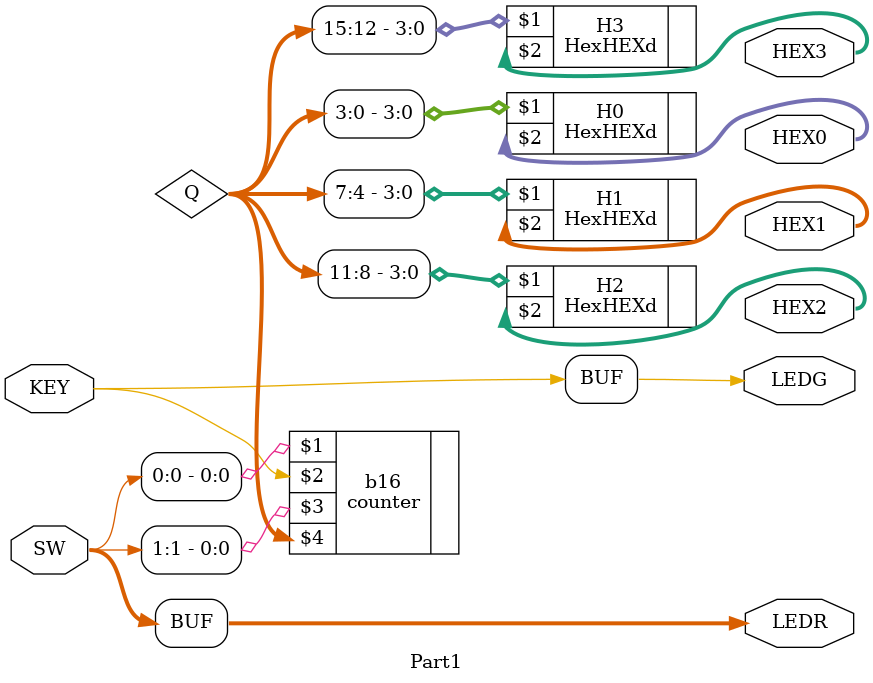
<source format=sv>

module Part1(input [17:0] SW, output [17:0] LEDR, output [0:6]HEX0,
             input [0:0] KEY, output [0:0] LEDG,  output [0:6]HEX1,
															     output [0:6]HEX2,
															     output [0:6]HEX3);
		
		reg [15:0] Q;
		assign LEDR=SW;
		assign LEDG=KEY;
		
		counter b16(SW[0], KEY, SW[1],Q);
		
		


		
		HexHEXd         H0( Q[3:0],    HEX0);
		HexHEXd         H1( Q[7:4],    HEX1);
		HexHEXd         H2( Q[11:8],   HEX2);
		HexHEXd         H3( Q[15:12],  HEX3);
																  
																  
																  
																  
 

endmodule

</source>
